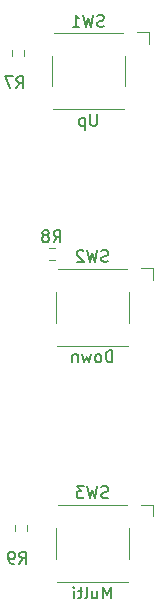
<source format=gbr>
%TF.GenerationSoftware,KiCad,Pcbnew,(5.1.8)-1*%
%TF.CreationDate,2020-12-21T03:10:24-08:00*%
%TF.ProjectId,openThermostat,6f70656e-5468-4657-926d-6f737461742e,rev?*%
%TF.SameCoordinates,Original*%
%TF.FileFunction,Legend,Bot*%
%TF.FilePolarity,Positive*%
%FSLAX46Y46*%
G04 Gerber Fmt 4.6, Leading zero omitted, Abs format (unit mm)*
G04 Created by KiCad (PCBNEW (5.1.8)-1) date 2020-12-21 03:10:24*
%MOMM*%
%LPD*%
G01*
G04 APERTURE LIST*
%ADD10C,0.120000*%
%ADD11C,0.150000*%
G04 APERTURE END LIST*
D10*
%TO.C,R7*%
X148507500Y-58704724D02*
X148507500Y-58195276D01*
X149552500Y-58704724D02*
X149552500Y-58195276D01*
%TO.C,R8*%
X152144724Y-74937500D02*
X151635276Y-74937500D01*
X152144724Y-75982500D02*
X151635276Y-75982500D01*
%TO.C,R9*%
X148787500Y-98405276D02*
X148787500Y-98914724D01*
X149832500Y-98405276D02*
X149832500Y-98914724D01*
%TO.C,SW2*%
X160450000Y-76700000D02*
X159450000Y-76700000D01*
X160450000Y-77700000D02*
X160450000Y-76700000D01*
X158450000Y-78700000D02*
X158450000Y-81300000D01*
X152250000Y-78700000D02*
X152250000Y-81300000D01*
X152350000Y-83250000D02*
X158350000Y-83250000D01*
X152450000Y-76750000D02*
X158250000Y-76750000D01*
%TO.C,SW3*%
X152450000Y-96750000D02*
X158250000Y-96750000D01*
X152350000Y-103250000D02*
X158350000Y-103250000D01*
X152250000Y-98700000D02*
X152250000Y-101300000D01*
X158450000Y-98700000D02*
X158450000Y-101300000D01*
X160450000Y-97700000D02*
X160450000Y-96700000D01*
X160450000Y-96700000D02*
X159450000Y-96700000D01*
%TO.C,SW1*%
X152100000Y-56750000D02*
X157900000Y-56750000D01*
X152000000Y-63250000D02*
X158000000Y-63250000D01*
X151900000Y-58700000D02*
X151900000Y-61300000D01*
X158100000Y-58700000D02*
X158100000Y-61300000D01*
X160100000Y-57700000D02*
X160100000Y-56700000D01*
X160100000Y-56700000D02*
X159100000Y-56700000D01*
%TO.C,R7*%
D11*
X148916666Y-61452380D02*
X149250000Y-60976190D01*
X149488095Y-61452380D02*
X149488095Y-60452380D01*
X149107142Y-60452380D01*
X149011904Y-60500000D01*
X148964285Y-60547619D01*
X148916666Y-60642857D01*
X148916666Y-60785714D01*
X148964285Y-60880952D01*
X149011904Y-60928571D01*
X149107142Y-60976190D01*
X149488095Y-60976190D01*
X148583333Y-60452380D02*
X147916666Y-60452380D01*
X148345238Y-61452380D01*
%TO.C,R8*%
X152056666Y-74482380D02*
X152390000Y-74006190D01*
X152628095Y-74482380D02*
X152628095Y-73482380D01*
X152247142Y-73482380D01*
X152151904Y-73530000D01*
X152104285Y-73577619D01*
X152056666Y-73672857D01*
X152056666Y-73815714D01*
X152104285Y-73910952D01*
X152151904Y-73958571D01*
X152247142Y-74006190D01*
X152628095Y-74006190D01*
X151485238Y-73910952D02*
X151580476Y-73863333D01*
X151628095Y-73815714D01*
X151675714Y-73720476D01*
X151675714Y-73672857D01*
X151628095Y-73577619D01*
X151580476Y-73530000D01*
X151485238Y-73482380D01*
X151294761Y-73482380D01*
X151199523Y-73530000D01*
X151151904Y-73577619D01*
X151104285Y-73672857D01*
X151104285Y-73720476D01*
X151151904Y-73815714D01*
X151199523Y-73863333D01*
X151294761Y-73910952D01*
X151485238Y-73910952D01*
X151580476Y-73958571D01*
X151628095Y-74006190D01*
X151675714Y-74101428D01*
X151675714Y-74291904D01*
X151628095Y-74387142D01*
X151580476Y-74434761D01*
X151485238Y-74482380D01*
X151294761Y-74482380D01*
X151199523Y-74434761D01*
X151151904Y-74387142D01*
X151104285Y-74291904D01*
X151104285Y-74101428D01*
X151151904Y-74006190D01*
X151199523Y-73958571D01*
X151294761Y-73910952D01*
%TO.C,R9*%
X149166666Y-101702380D02*
X149500000Y-101226190D01*
X149738095Y-101702380D02*
X149738095Y-100702380D01*
X149357142Y-100702380D01*
X149261904Y-100750000D01*
X149214285Y-100797619D01*
X149166666Y-100892857D01*
X149166666Y-101035714D01*
X149214285Y-101130952D01*
X149261904Y-101178571D01*
X149357142Y-101226190D01*
X149738095Y-101226190D01*
X148690476Y-101702380D02*
X148500000Y-101702380D01*
X148404761Y-101654761D01*
X148357142Y-101607142D01*
X148261904Y-101464285D01*
X148214285Y-101273809D01*
X148214285Y-100892857D01*
X148261904Y-100797619D01*
X148309523Y-100750000D01*
X148404761Y-100702380D01*
X148595238Y-100702380D01*
X148690476Y-100750000D01*
X148738095Y-100797619D01*
X148785714Y-100892857D01*
X148785714Y-101130952D01*
X148738095Y-101226190D01*
X148690476Y-101273809D01*
X148595238Y-101321428D01*
X148404761Y-101321428D01*
X148309523Y-101273809D01*
X148261904Y-101226190D01*
X148214285Y-101130952D01*
%TO.C,SW2*%
X156683333Y-76104761D02*
X156540476Y-76152380D01*
X156302380Y-76152380D01*
X156207142Y-76104761D01*
X156159523Y-76057142D01*
X156111904Y-75961904D01*
X156111904Y-75866666D01*
X156159523Y-75771428D01*
X156207142Y-75723809D01*
X156302380Y-75676190D01*
X156492857Y-75628571D01*
X156588095Y-75580952D01*
X156635714Y-75533333D01*
X156683333Y-75438095D01*
X156683333Y-75342857D01*
X156635714Y-75247619D01*
X156588095Y-75200000D01*
X156492857Y-75152380D01*
X156254761Y-75152380D01*
X156111904Y-75200000D01*
X155778571Y-75152380D02*
X155540476Y-76152380D01*
X155350000Y-75438095D01*
X155159523Y-76152380D01*
X154921428Y-75152380D01*
X154588095Y-75247619D02*
X154540476Y-75200000D01*
X154445238Y-75152380D01*
X154207142Y-75152380D01*
X154111904Y-75200000D01*
X154064285Y-75247619D01*
X154016666Y-75342857D01*
X154016666Y-75438095D01*
X154064285Y-75580952D01*
X154635714Y-76152380D01*
X154016666Y-76152380D01*
X157040476Y-84652380D02*
X157040476Y-83652380D01*
X156802380Y-83652380D01*
X156659523Y-83700000D01*
X156564285Y-83795238D01*
X156516666Y-83890476D01*
X156469047Y-84080952D01*
X156469047Y-84223809D01*
X156516666Y-84414285D01*
X156564285Y-84509523D01*
X156659523Y-84604761D01*
X156802380Y-84652380D01*
X157040476Y-84652380D01*
X155897619Y-84652380D02*
X155992857Y-84604761D01*
X156040476Y-84557142D01*
X156088095Y-84461904D01*
X156088095Y-84176190D01*
X156040476Y-84080952D01*
X155992857Y-84033333D01*
X155897619Y-83985714D01*
X155754761Y-83985714D01*
X155659523Y-84033333D01*
X155611904Y-84080952D01*
X155564285Y-84176190D01*
X155564285Y-84461904D01*
X155611904Y-84557142D01*
X155659523Y-84604761D01*
X155754761Y-84652380D01*
X155897619Y-84652380D01*
X155230952Y-83985714D02*
X155040476Y-84652380D01*
X154850000Y-84176190D01*
X154659523Y-84652380D01*
X154469047Y-83985714D01*
X154088095Y-83985714D02*
X154088095Y-84652380D01*
X154088095Y-84080952D02*
X154040476Y-84033333D01*
X153945238Y-83985714D01*
X153802380Y-83985714D01*
X153707142Y-84033333D01*
X153659523Y-84128571D01*
X153659523Y-84652380D01*
%TO.C,SW3*%
X156683333Y-96104761D02*
X156540476Y-96152380D01*
X156302380Y-96152380D01*
X156207142Y-96104761D01*
X156159523Y-96057142D01*
X156111904Y-95961904D01*
X156111904Y-95866666D01*
X156159523Y-95771428D01*
X156207142Y-95723809D01*
X156302380Y-95676190D01*
X156492857Y-95628571D01*
X156588095Y-95580952D01*
X156635714Y-95533333D01*
X156683333Y-95438095D01*
X156683333Y-95342857D01*
X156635714Y-95247619D01*
X156588095Y-95200000D01*
X156492857Y-95152380D01*
X156254761Y-95152380D01*
X156111904Y-95200000D01*
X155778571Y-95152380D02*
X155540476Y-96152380D01*
X155350000Y-95438095D01*
X155159523Y-96152380D01*
X154921428Y-95152380D01*
X154635714Y-95152380D02*
X154016666Y-95152380D01*
X154350000Y-95533333D01*
X154207142Y-95533333D01*
X154111904Y-95580952D01*
X154064285Y-95628571D01*
X154016666Y-95723809D01*
X154016666Y-95961904D01*
X154064285Y-96057142D01*
X154111904Y-96104761D01*
X154207142Y-96152380D01*
X154492857Y-96152380D01*
X154588095Y-96104761D01*
X154635714Y-96057142D01*
X156921428Y-104652380D02*
X156921428Y-103652380D01*
X156588095Y-104366666D01*
X156254761Y-103652380D01*
X156254761Y-104652380D01*
X155350000Y-103985714D02*
X155350000Y-104652380D01*
X155778571Y-103985714D02*
X155778571Y-104509523D01*
X155730952Y-104604761D01*
X155635714Y-104652380D01*
X155492857Y-104652380D01*
X155397619Y-104604761D01*
X155350000Y-104557142D01*
X154730952Y-104652380D02*
X154826190Y-104604761D01*
X154873809Y-104509523D01*
X154873809Y-103652380D01*
X154492857Y-103985714D02*
X154111904Y-103985714D01*
X154350000Y-103652380D02*
X154350000Y-104509523D01*
X154302380Y-104604761D01*
X154207142Y-104652380D01*
X154111904Y-104652380D01*
X153778571Y-104652380D02*
X153778571Y-103985714D01*
X153778571Y-103652380D02*
X153826190Y-103700000D01*
X153778571Y-103747619D01*
X153730952Y-103700000D01*
X153778571Y-103652380D01*
X153778571Y-103747619D01*
%TO.C,SW1*%
X156333333Y-56204761D02*
X156190476Y-56252380D01*
X155952380Y-56252380D01*
X155857142Y-56204761D01*
X155809523Y-56157142D01*
X155761904Y-56061904D01*
X155761904Y-55966666D01*
X155809523Y-55871428D01*
X155857142Y-55823809D01*
X155952380Y-55776190D01*
X156142857Y-55728571D01*
X156238095Y-55680952D01*
X156285714Y-55633333D01*
X156333333Y-55538095D01*
X156333333Y-55442857D01*
X156285714Y-55347619D01*
X156238095Y-55300000D01*
X156142857Y-55252380D01*
X155904761Y-55252380D01*
X155761904Y-55300000D01*
X155428571Y-55252380D02*
X155190476Y-56252380D01*
X155000000Y-55538095D01*
X154809523Y-56252380D01*
X154571428Y-55252380D01*
X153666666Y-56252380D02*
X154238095Y-56252380D01*
X153952380Y-56252380D02*
X153952380Y-55252380D01*
X154047619Y-55395238D01*
X154142857Y-55490476D01*
X154238095Y-55538095D01*
X155738095Y-63652380D02*
X155738095Y-64461904D01*
X155690476Y-64557142D01*
X155642857Y-64604761D01*
X155547619Y-64652380D01*
X155357142Y-64652380D01*
X155261904Y-64604761D01*
X155214285Y-64557142D01*
X155166666Y-64461904D01*
X155166666Y-63652380D01*
X154690476Y-63985714D02*
X154690476Y-64985714D01*
X154690476Y-64033333D02*
X154595238Y-63985714D01*
X154404761Y-63985714D01*
X154309523Y-64033333D01*
X154261904Y-64080952D01*
X154214285Y-64176190D01*
X154214285Y-64461904D01*
X154261904Y-64557142D01*
X154309523Y-64604761D01*
X154404761Y-64652380D01*
X154595238Y-64652380D01*
X154690476Y-64604761D01*
%TD*%
M02*

</source>
